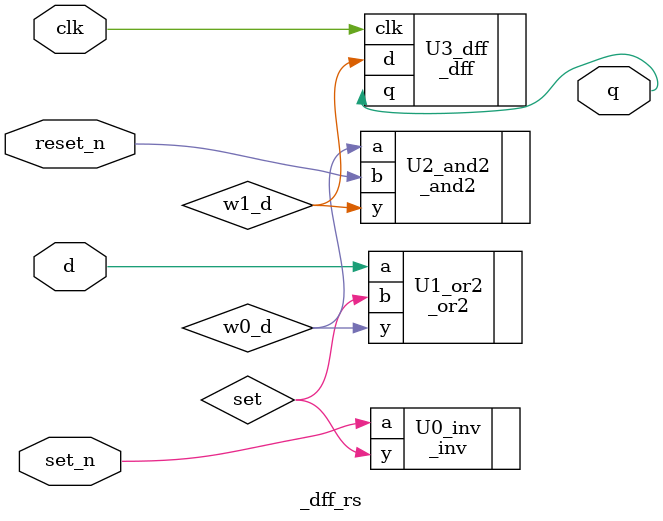
<source format=v>

module _dff_rs(clk,set_n,reset_n,d,q); //Module of Synchronous Set/Resettable D-flip flop
	input clk,set_n,reset_n,d; //clk=clock pulse; //set_n=set switch; //reset_n=reset switch; //d=input
	output q; //output
	
	wire set,w0_d, w1_d; //set=wire of inverted set_n; //w0_d,w1_d=wire of D-flip flop
	
	_inv U0_inv(.a(set_n),.y(set)); //invert set_n
	_or2 U1_or2(.a(d),.b(set),.y(w0_d)); //select set or d
	_and2 U2_and2(.a(w0_d),.b(reset_n),.y(w1_d)); //select reset
	_dff U3_dff(.clk(clk),.d(w1_d),.q(q)); //change q
	
endmodule //End of module
</source>
